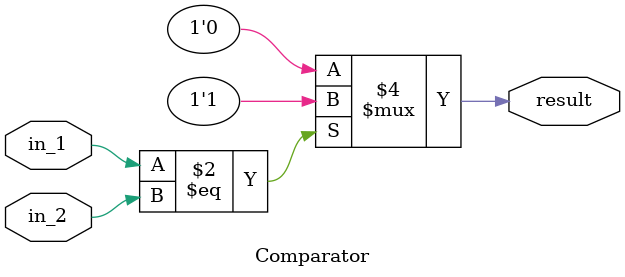
<source format=sv>
module Comparator
#(
	parameter WIDTH = 1
)
(
	input logic [WIDTH - 1:0] in_1,
	input logic [WIDTH - 1:0] in_2,
	output logic result
);
	
	always_comb
	begin
		if(in_1 == in_2)
		begin
			result = 1'b1;
		end
		else
		begin
			result = 1'b0;
		end
	end

endmodule

</source>
